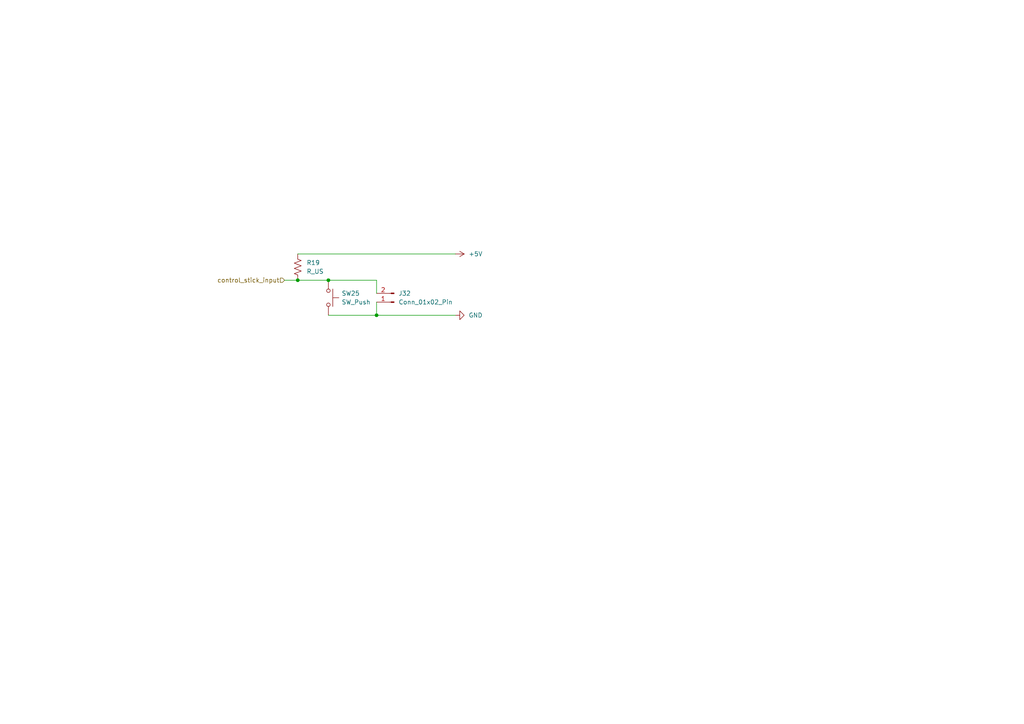
<source format=kicad_sch>
(kicad_sch (version 20230121) (generator eeschema)
  (paper "A4")
  (lib_symbols
    (symbol "Connector:Conn_01x02_Pin" (pin_names (offset 1.016) hide)
      (property "Reference" "J" (at 0 2.54 0))
      (property "Value" "Conn_01x02_Pin" (at 0 -5.08 0))
      (symbol "Conn_01x02_Pin_1_1"
        (polyline (pts (xy 1.27 -2.54) (xy 0.8636 -2.54)) (stroke (width 0.1524)))
        (polyline (pts (xy 1.27 0) (xy 0.8636 0)) (stroke (width 0.1524)))
        (rectangle (start 0.8636 -2.413) (end 0 -2.667) (stroke (width 0.1524)) (fill (type outline)))
        (rectangle (start 0.8636 0.127) (end 0 -0.127) (stroke (width 0.1524)) (fill (type outline)))
        (pin passive line (at 5.08 0 180) (length 3.81) (name "Pin_1") (number "1"))
        (pin passive line (at 5.08 -2.54 180) (length 3.81) (name "Pin_2") (number "2"))
      )
    )
    (symbol "Device:R_US" (pin_numbers hide) (pin_names (offset 0))
      (property "Reference" "R" (at 2.54 0 90))
      (property "Value" "R_US" (at -2.54 0 90))
      (symbol "R_US_0_1"
        (polyline (pts (xy 0 -2.286) (xy 0 -2.54)))
        (polyline (pts (xy 0 2.286) (xy 0 2.54)))
        (polyline (pts (xy 0 -0.762) (xy 1.016 -1.143) (xy 0 -1.524) (xy -1.016 -1.905) (xy 0 -2.286)))
        (polyline (pts (xy 0 0.762) (xy 1.016 0.381) (xy 0 0) (xy -1.016 -0.381) (xy 0 -0.762)))
        (polyline (pts (xy 0 2.286) (xy 1.016 1.905) (xy 0 1.524) (xy -1.016 1.143) (xy 0 0.762)))
      )
      (symbol "R_US_1_1"
        (pin passive line (at 0 3.81 270) (length 1.27) (name "~") (number "1"))
        (pin passive line (at 0 -3.81 90) (length 1.27) (name "~") (number "2"))
      )
    )
    (symbol "Switch:SW_Push" (pin_numbers hide) (pin_names (offset 1.016) hide)
      (property "Reference" "SW" (at 1.27 2.54 0))
      (property "Value" "SW_Push" (at 0 -1.524 0))
      (symbol "SW_Push_0_1"
        (circle (center -2.032 0) (radius 0.508))
        (polyline (pts (xy 0 1.27) (xy 0 3.048)))
        (polyline (pts (xy 2.54 1.27) (xy -2.54 1.27)))
        (circle (center 2.032 0) (radius 0.508))
        (pin passive line (at -5.08 0 0) (length 2.54) (name "1") (number "1"))
        (pin passive line (at 5.08 0 180) (length 2.54) (name "2") (number "2"))
      )
    )
    (symbol "power:+5V" (power) (pin_names (offset 0))
      (property "Value" "+5V" (at 0 3.556 0))
      (symbol "+5V_0_1"
        (polyline (pts (xy -0.762 1.27) (xy 0 2.54)))
        (polyline (pts (xy 0 0) (xy 0 2.54)))
        (polyline (pts (xy 0 2.54) (xy 0.762 1.27)))
      )
      (symbol "+5V_1_1"
        (pin power_in line (at 0 0 90) (length 0) hide (name "+5V") (number "1"))
      )
    )
    (symbol "power:GND" (power) (pin_names (offset 0))
      (property "Value" "GND" (at 0 -3.81 0))
      (symbol "GND_0_1"
        (polyline (pts (xy 0 0) (xy 0 -1.27) (xy 1.27 -1.27) (xy 0 -2.54) (xy -1.27 -1.27) (xy 0 -1.27)))
      )
      (symbol "GND_1_1"
        (pin power_in line (at 0 0 270) (length 0) hide (name "GND") (number "1"))
      )
    )
  )
  (junction (at 109.22 91.44))
  (junction (at 95.25 81.28))
  (junction (at 86.36 81.28))
  (wire (pts (xy 109.22 81.28) (xy 95.25 81.28)))
  (wire (pts (xy 86.36 81.28) (xy 95.25 81.28)))
  (wire (pts (xy 109.22 81.28) (xy 109.22 85.09)))
  (wire (pts (xy 82.55 81.28) (xy 86.36 81.28)))
  (wire (pts (xy 109.22 91.44) (xy 95.25 91.44)))
  (wire (pts (xy 86.36 73.66) (xy 132.08 73.66)))
  (wire (pts (xy 109.22 91.44) (xy 132.08 91.44)))
  (wire (pts (xy 109.22 87.63) (xy 109.22 91.44)))
  (hierarchical_label "control_stick_input" (shape input) (at 82.55 81.28 180))
  (symbol (lib_id "power:+5V") (at 132.08 73.66 270) (unit 1)
    (property "Reference" "#PWR010" (effects hide))
    (property "Value" "+5V" (at 135.89 73.66 90) (effects (justify left)))
    (instances (project "ClawMachine" (path "" (reference "#PWR09") (unit 1)) (path "" (reference "#PWR011") (unit 1)) (path "" (reference "#PWR015") (unit 1)) (path "" (reference "#PWR013") (unit 1)) (path "" (reference "#PWR017") (unit 1))))
  )
  (symbol (lib_id "Device:R_US") (at 86.36 77.47 180) (unit 1)
    (property "Reference" "R19" (at 88.9 76.2 0) (effects (justify right)))
    (property "Value" "R_US" (at 88.9 78.74 0) (effects (justify right)))
    (instances (project "ClawMachine" (path "" (reference "R19") (unit 1)) (path "" (reference "R21") (unit 1)) (path "" (reference "R22") (unit 1)) (path "" (reference "R24") (unit 1)) (path "" (reference "R23") (unit 1)) (path "" (reference "R25") (unit 1))))
  )
  (symbol (lib_id "Switch:SW_Push") (at 95.25 86.36 270) (unit 1)
    (property "Reference" "SW25" (at 99.06 85.09 90) (effects (justify left)))
    (property "Value" "SW_Push" (at 99.06 87.63 90) (effects (justify left)))
    (instances (project "ClawMachine" (path "" (reference "SW25") (unit 1)) (path "" (reference "SW28") (unit 1)) (path "" (reference "SW29") (unit 1)) (path "" (reference "SW31") (unit 1)) (path "" (reference "SW30") (unit 1)) (path "" (reference "SW32") (unit 1))))
  )
  (symbol (lib_id "Connector:Conn_01x02_Pin") (at 114.3 87.63 180) (unit 1)
    (property "Reference" "J32" (at 115.57 85.09 0) (effects (justify right)))
    (property "Value" "Conn_01x02_Pin" (at 115.57 87.63 0) (effects (justify right)))
    (instances (project "ClawMachine" (path "" (reference "J32") (unit 1)) (path "" (reference "J38") (unit 1)) (path "" (reference "J39") (unit 1)) (path "" (reference "J41") (unit 1)) (path "" (reference "J40") (unit 1)) (path "" (reference "J42") (unit 1))))
  )
  (symbol (lib_id "power:GND") (at 132.08 91.44 90) (unit 1)
    (property "Reference" "#PWR09" (effects hide))
    (property "Value" "GND" (at 135.89 91.44 90) (effects (justify right)))
    (instances (project "ClawMachine" (path "" (reference "#PWR010") (unit 1)) (path "" (reference "#PWR012") (unit 1)) (path "" (reference "#PWR016") (unit 1)) (path "" (reference "#PWR014") (unit 1)) (path "" (reference "#PWR018") (unit 1))))
  )
)
</source>
